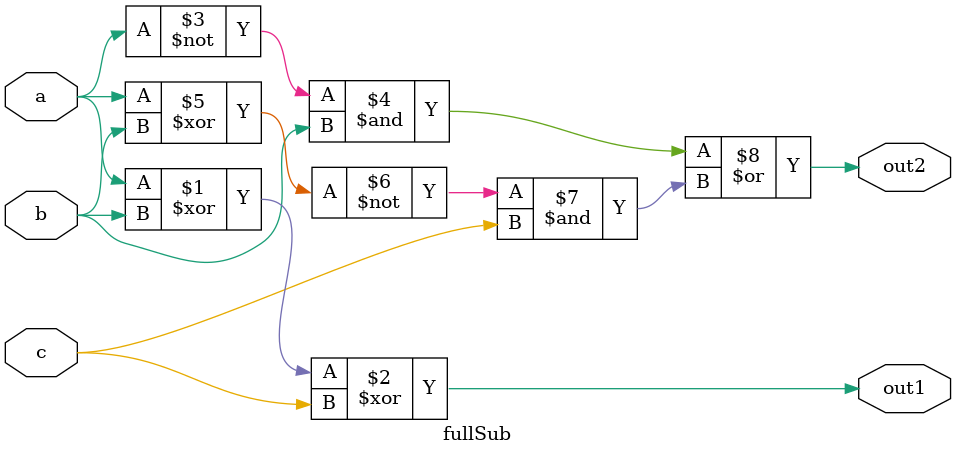
<source format=v>
`timescale 1ns / 1ps

module fullSub(
    input a, b, c, // c: borrow in
    output out1, out2
);

assign out1 = (a^b)^c; // difference
assign out2 = (~a&b) | (~(a^b) & c); // borrow out

endmodule

</source>
